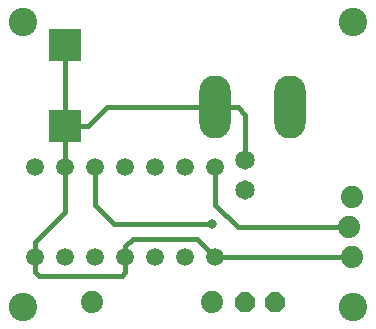
<source format=gbl>
%FSLAX23Y23*%
%MOIN*%
G04 EasyPC Gerber Version 15.0.4 Build 3016 *
%AMT20*0 Octagon Pad at angle 0*4,1,8,-0.01367,-0.03300,0.01367,-0.03300,0.03300,-0.01367,0.03300,0.01367,0.01367,0.03300,-0.01367,0.03300,-0.03300,0.01367,-0.03300,-0.01367,-0.01367,-0.03300,0*%
%ADD20T20*%
%ADD74O,0.10500X0.21000*%
%ADD70R,0.10500X0.10500*%
%ADD23C,0.01500*%
%ADD24C,0.03200*%
%ADD19C,0.05910*%
%ADD22C,0.06500*%
%ADD21C,0.07400*%
%ADD18C,0.09461*%
X0Y0D02*
D02*
D18*
X101Y99D03*
Y1049D03*
X1201Y99D03*
Y1049D03*
D02*
D19*
X142Y265D03*
Y565D03*
X242Y265D03*
Y565D03*
X342Y265D03*
Y565D03*
X442Y265D03*
Y565D03*
X542Y265D03*
Y565D03*
X642Y265D03*
Y565D03*
X742Y265D03*
Y565D03*
D02*
D70*
X242Y703D03*
Y973D03*
D02*
D20*
X842Y115D03*
X942D03*
D02*
D21*
X330D03*
X730D03*
X1187Y365D03*
X1197Y265D03*
Y465D03*
D02*
D22*
X842Y490D03*
Y590D03*
D02*
D23*
X242Y565D02*
Y415D01*
X142Y315*
Y265*
X242Y703D02*
Y565D01*
Y973D02*
Y703D01*
X342Y565D02*
Y440D01*
X405Y377*
X730*
X442Y265D02*
Y215D01*
X430Y202*
X155*
X142Y215*
Y265*
X742D02*
X680Y327D01*
X467*
X442Y302*
Y265*
X742Y565D02*
Y440D01*
X817Y365*
X1187*
X742Y765D02*
X380D01*
X317Y702*
X242Y703*
X742Y765D02*
X817D01*
X842Y740*
Y590*
X1197Y265D02*
X742D01*
D02*
D24*
X730Y377D03*
D02*
D74*
X742Y765D03*
X992D03*
X0Y0D02*
M02*

</source>
